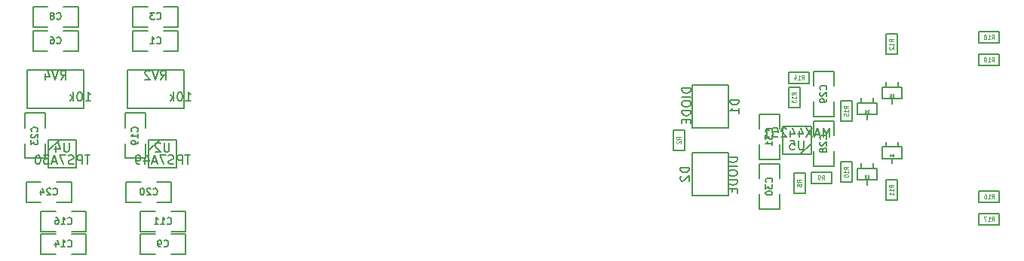
<source format=gbo>
G04 (created by PCBNEW (2013-may-18)-stable) date 2014年05月12日 星期一 23时21分15秒*
%MOIN*%
G04 Gerber Fmt 3.4, Leading zero omitted, Abs format*
%FSLAX34Y34*%
G01*
G70*
G90*
G04 APERTURE LIST*
%ADD10C,0.00590551*%
%ADD11C,0.005*%
%ADD12C,0.008*%
%ADD13C,0.0045*%
%ADD14C,0.0024*%
%ADD15C,0.006*%
G04 APERTURE END LIST*
G54D10*
G54D11*
X69225Y-43475D02*
X68325Y-43475D01*
X68325Y-43475D02*
X68325Y-42825D01*
X69225Y-42125D02*
X69225Y-41475D01*
X69225Y-41475D02*
X68325Y-41475D01*
X68325Y-41475D02*
X68325Y-42125D01*
X69225Y-42825D02*
X69225Y-43475D01*
X70725Y-41775D02*
X71625Y-41775D01*
X71625Y-41775D02*
X71625Y-42425D01*
X70725Y-43125D02*
X70725Y-43775D01*
X70725Y-43775D02*
X71625Y-43775D01*
X71625Y-43775D02*
X71625Y-43125D01*
X70725Y-42425D02*
X70725Y-41775D01*
X69225Y-45675D02*
X68325Y-45675D01*
X68325Y-45675D02*
X68325Y-45025D01*
X69225Y-44325D02*
X69225Y-43675D01*
X69225Y-43675D02*
X68325Y-43675D01*
X68325Y-43675D02*
X68325Y-44325D01*
X69225Y-45025D02*
X69225Y-45675D01*
X71625Y-41575D02*
X70725Y-41575D01*
X70725Y-41575D02*
X70725Y-40925D01*
X71625Y-40225D02*
X71625Y-39575D01*
X71625Y-39575D02*
X70725Y-39575D01*
X70725Y-39575D02*
X70725Y-40225D01*
X71625Y-40925D02*
X71625Y-41575D01*
X40624Y-38675D02*
X40624Y-37775D01*
X40624Y-37775D02*
X41274Y-37775D01*
X41974Y-38675D02*
X42624Y-38675D01*
X42624Y-38675D02*
X42624Y-37775D01*
X42624Y-37775D02*
X41974Y-37775D01*
X41274Y-38675D02*
X40624Y-38675D01*
X36750Y-43425D02*
X35850Y-43425D01*
X35850Y-43425D02*
X35850Y-42775D01*
X36750Y-42075D02*
X36750Y-41425D01*
X36750Y-41425D02*
X35850Y-41425D01*
X35850Y-41425D02*
X35850Y-42075D01*
X36750Y-42775D02*
X36750Y-43425D01*
X37900Y-44475D02*
X37900Y-45375D01*
X37900Y-45375D02*
X37250Y-45375D01*
X36550Y-44475D02*
X35900Y-44475D01*
X35900Y-44475D02*
X35900Y-45375D01*
X35900Y-45375D02*
X36550Y-45375D01*
X37250Y-44475D02*
X37900Y-44475D01*
X41174Y-43425D02*
X40274Y-43425D01*
X40274Y-43425D02*
X40274Y-42775D01*
X41174Y-42075D02*
X41174Y-41425D01*
X41174Y-41425D02*
X40274Y-41425D01*
X40274Y-41425D02*
X40274Y-42075D01*
X41174Y-42775D02*
X41174Y-43425D01*
X42324Y-44475D02*
X42324Y-45375D01*
X42324Y-45375D02*
X41674Y-45375D01*
X40974Y-44475D02*
X40324Y-44475D01*
X40324Y-44475D02*
X40324Y-45375D01*
X40324Y-45375D02*
X40974Y-45375D01*
X41674Y-44475D02*
X42324Y-44475D01*
X36550Y-46675D02*
X36550Y-45775D01*
X36550Y-45775D02*
X37200Y-45775D01*
X37900Y-46675D02*
X38550Y-46675D01*
X38550Y-46675D02*
X38550Y-45775D01*
X38550Y-45775D02*
X37900Y-45775D01*
X37200Y-46675D02*
X36550Y-46675D01*
X38200Y-36700D02*
X38200Y-37600D01*
X38200Y-37600D02*
X37550Y-37600D01*
X36850Y-36700D02*
X36200Y-36700D01*
X36200Y-36700D02*
X36200Y-37600D01*
X36200Y-37600D02*
X36850Y-37600D01*
X37550Y-36700D02*
X38200Y-36700D01*
X42950Y-46775D02*
X42950Y-47675D01*
X42950Y-47675D02*
X42300Y-47675D01*
X41600Y-46775D02*
X40950Y-46775D01*
X40950Y-46775D02*
X40950Y-47675D01*
X40950Y-47675D02*
X41600Y-47675D01*
X42300Y-46775D02*
X42950Y-46775D01*
X40624Y-37600D02*
X40624Y-36700D01*
X40624Y-36700D02*
X41274Y-36700D01*
X41974Y-37600D02*
X42624Y-37600D01*
X42624Y-37600D02*
X42624Y-36700D01*
X42624Y-36700D02*
X41974Y-36700D01*
X41274Y-37600D02*
X40624Y-37600D01*
X38200Y-37775D02*
X38200Y-38675D01*
X38200Y-38675D02*
X37550Y-38675D01*
X36850Y-37775D02*
X36200Y-37775D01*
X36200Y-37775D02*
X36200Y-38675D01*
X36200Y-38675D02*
X36850Y-38675D01*
X37550Y-37775D02*
X38200Y-37775D01*
X36550Y-47675D02*
X36550Y-46775D01*
X36550Y-46775D02*
X37200Y-46775D01*
X37900Y-47675D02*
X38550Y-47675D01*
X38550Y-47675D02*
X38550Y-46775D01*
X38550Y-46775D02*
X37900Y-46775D01*
X37200Y-47675D02*
X36550Y-47675D01*
X42950Y-45775D02*
X42950Y-46675D01*
X42950Y-46675D02*
X42300Y-46675D01*
X41600Y-45775D02*
X40950Y-45775D01*
X40950Y-45775D02*
X40950Y-46675D01*
X40950Y-46675D02*
X41600Y-46675D01*
X42300Y-45775D02*
X42950Y-45775D01*
X71500Y-44050D02*
X70600Y-44050D01*
X70600Y-44050D02*
X70600Y-44550D01*
X70600Y-44550D02*
X71500Y-44550D01*
X71500Y-44550D02*
X71500Y-44050D01*
X70350Y-44975D02*
X70350Y-44075D01*
X70350Y-44075D02*
X69850Y-44075D01*
X69850Y-44075D02*
X69850Y-44975D01*
X69850Y-44975D02*
X70350Y-44975D01*
X69625Y-40100D02*
X70525Y-40100D01*
X70525Y-40100D02*
X70525Y-39600D01*
X70525Y-39600D02*
X69625Y-39600D01*
X69625Y-39600D02*
X69625Y-40100D01*
X71925Y-40875D02*
X71925Y-41775D01*
X71925Y-41775D02*
X72425Y-41775D01*
X72425Y-41775D02*
X72425Y-40875D01*
X72425Y-40875D02*
X71925Y-40875D01*
X71925Y-43575D02*
X71925Y-44475D01*
X71925Y-44475D02*
X72425Y-44475D01*
X72425Y-44475D02*
X72425Y-43575D01*
X72425Y-43575D02*
X71925Y-43575D01*
X69600Y-40275D02*
X69600Y-41175D01*
X69600Y-41175D02*
X70100Y-41175D01*
X70100Y-41175D02*
X70100Y-40275D01*
X70100Y-40275D02*
X69600Y-40275D01*
X78925Y-45875D02*
X78025Y-45875D01*
X78025Y-45875D02*
X78025Y-46375D01*
X78025Y-46375D02*
X78925Y-46375D01*
X78925Y-46375D02*
X78925Y-45875D01*
X78925Y-44875D02*
X78025Y-44875D01*
X78025Y-44875D02*
X78025Y-45375D01*
X78025Y-45375D02*
X78925Y-45375D01*
X78925Y-45375D02*
X78925Y-44875D01*
X78925Y-38825D02*
X78025Y-38825D01*
X78025Y-38825D02*
X78025Y-39325D01*
X78025Y-39325D02*
X78925Y-39325D01*
X78925Y-39325D02*
X78925Y-38825D01*
X78925Y-37825D02*
X78025Y-37825D01*
X78025Y-37825D02*
X78025Y-38325D01*
X78025Y-38325D02*
X78925Y-38325D01*
X78925Y-38325D02*
X78925Y-37825D01*
X73925Y-37925D02*
X73925Y-38825D01*
X73925Y-38825D02*
X74425Y-38825D01*
X74425Y-38825D02*
X74425Y-37925D01*
X74425Y-37925D02*
X73925Y-37925D01*
X74425Y-45275D02*
X74425Y-44375D01*
X74425Y-44375D02*
X73925Y-44375D01*
X73925Y-44375D02*
X73925Y-45275D01*
X73925Y-45275D02*
X74425Y-45275D01*
X65000Y-43075D02*
X65000Y-42175D01*
X65000Y-42175D02*
X64500Y-42175D01*
X64500Y-42175D02*
X64500Y-43075D01*
X64500Y-43075D02*
X65000Y-43075D01*
X73075Y-44380D02*
X73075Y-44600D01*
X73330Y-43870D02*
X73330Y-43650D01*
X72820Y-43870D02*
X72820Y-43650D01*
X72640Y-44380D02*
X73510Y-44380D01*
X73510Y-44380D02*
X73510Y-43870D01*
X73510Y-43870D02*
X72640Y-43870D01*
X72640Y-43870D02*
X72640Y-44380D01*
X74175Y-40780D02*
X74175Y-41000D01*
X74430Y-40270D02*
X74430Y-40050D01*
X73920Y-40270D02*
X73920Y-40050D01*
X73740Y-40780D02*
X74610Y-40780D01*
X74610Y-40780D02*
X74610Y-40270D01*
X74610Y-40270D02*
X73740Y-40270D01*
X73740Y-40270D02*
X73740Y-40780D01*
X73075Y-41480D02*
X73075Y-41700D01*
X73330Y-40970D02*
X73330Y-40750D01*
X72820Y-40970D02*
X72820Y-40750D01*
X72640Y-41480D02*
X73510Y-41480D01*
X73510Y-41480D02*
X73510Y-40970D01*
X73510Y-40970D02*
X72640Y-40970D01*
X72640Y-40970D02*
X72640Y-41480D01*
X74175Y-43430D02*
X74175Y-43650D01*
X74430Y-42920D02*
X74430Y-42700D01*
X73920Y-42920D02*
X73920Y-42700D01*
X73740Y-43430D02*
X74610Y-43430D01*
X74610Y-43430D02*
X74610Y-42920D01*
X74610Y-42920D02*
X73740Y-42920D01*
X73740Y-42920D02*
X73740Y-43430D01*
G54D12*
X70100Y-43250D02*
X70600Y-42775D01*
X70600Y-43250D02*
X69350Y-43250D01*
X69350Y-43250D02*
X69350Y-42000D01*
X69350Y-42000D02*
X70600Y-42000D01*
X70600Y-42000D02*
X70600Y-43250D01*
X37375Y-42600D02*
X36875Y-43075D01*
X36875Y-42600D02*
X38125Y-42600D01*
X38125Y-42600D02*
X38125Y-43850D01*
X38125Y-43850D02*
X36875Y-43850D01*
X36875Y-43850D02*
X36875Y-42600D01*
X41799Y-42600D02*
X41299Y-43075D01*
X41299Y-42600D02*
X42549Y-42600D01*
X42549Y-42600D02*
X42549Y-43850D01*
X42549Y-43850D02*
X41299Y-43850D01*
X41299Y-43850D02*
X41299Y-42600D01*
G54D10*
X65362Y-40180D02*
X65362Y-42069D01*
X65362Y-42069D02*
X66937Y-42069D01*
X66937Y-42069D02*
X66937Y-40180D01*
X66937Y-40180D02*
X65362Y-40180D01*
X66937Y-45069D02*
X66937Y-43180D01*
X66937Y-43180D02*
X65362Y-43180D01*
X65362Y-43180D02*
X65362Y-45069D01*
X65362Y-45069D02*
X66937Y-45069D01*
X40374Y-41225D02*
X42874Y-41225D01*
X42874Y-41225D02*
X42874Y-39525D01*
X42874Y-39525D02*
X40374Y-39525D01*
X40374Y-39525D02*
X40374Y-41225D01*
X35950Y-41225D02*
X38450Y-41225D01*
X38450Y-41225D02*
X38450Y-39525D01*
X38450Y-39525D02*
X35950Y-39525D01*
X35950Y-39525D02*
X35950Y-41225D01*
G54D11*
X68868Y-42282D02*
X68882Y-42267D01*
X68896Y-42225D01*
X68896Y-42196D01*
X68882Y-42153D01*
X68853Y-42125D01*
X68825Y-42110D01*
X68768Y-42096D01*
X68725Y-42096D01*
X68668Y-42110D01*
X68639Y-42125D01*
X68610Y-42153D01*
X68596Y-42196D01*
X68596Y-42225D01*
X68610Y-42267D01*
X68625Y-42282D01*
X68596Y-42382D02*
X68596Y-42567D01*
X68710Y-42467D01*
X68710Y-42510D01*
X68725Y-42539D01*
X68739Y-42553D01*
X68768Y-42567D01*
X68839Y-42567D01*
X68868Y-42553D01*
X68882Y-42539D01*
X68896Y-42510D01*
X68896Y-42425D01*
X68882Y-42396D01*
X68868Y-42382D01*
X68896Y-42853D02*
X68896Y-42682D01*
X68896Y-42767D02*
X68596Y-42767D01*
X68639Y-42739D01*
X68668Y-42710D01*
X68682Y-42682D01*
X71268Y-42582D02*
X71282Y-42567D01*
X71296Y-42525D01*
X71296Y-42496D01*
X71282Y-42453D01*
X71253Y-42425D01*
X71225Y-42410D01*
X71168Y-42396D01*
X71125Y-42396D01*
X71068Y-42410D01*
X71039Y-42425D01*
X71010Y-42453D01*
X70996Y-42496D01*
X70996Y-42525D01*
X71010Y-42567D01*
X71025Y-42582D01*
X71025Y-42696D02*
X71010Y-42710D01*
X70996Y-42739D01*
X70996Y-42810D01*
X71010Y-42839D01*
X71025Y-42853D01*
X71053Y-42867D01*
X71082Y-42867D01*
X71125Y-42853D01*
X71296Y-42682D01*
X71296Y-42867D01*
X71125Y-43039D02*
X71110Y-43010D01*
X71096Y-42996D01*
X71068Y-42982D01*
X71053Y-42982D01*
X71025Y-42996D01*
X71010Y-43010D01*
X70996Y-43039D01*
X70996Y-43096D01*
X71010Y-43125D01*
X71025Y-43139D01*
X71053Y-43153D01*
X71068Y-43153D01*
X71096Y-43139D01*
X71110Y-43125D01*
X71125Y-43096D01*
X71125Y-43039D01*
X71139Y-43010D01*
X71153Y-42996D01*
X71182Y-42982D01*
X71239Y-42982D01*
X71268Y-42996D01*
X71282Y-43010D01*
X71296Y-43039D01*
X71296Y-43096D01*
X71282Y-43125D01*
X71268Y-43139D01*
X71239Y-43153D01*
X71182Y-43153D01*
X71153Y-43139D01*
X71139Y-43125D01*
X71125Y-43096D01*
X68868Y-44482D02*
X68882Y-44467D01*
X68896Y-44425D01*
X68896Y-44396D01*
X68882Y-44353D01*
X68853Y-44325D01*
X68825Y-44310D01*
X68768Y-44296D01*
X68725Y-44296D01*
X68668Y-44310D01*
X68639Y-44325D01*
X68610Y-44353D01*
X68596Y-44396D01*
X68596Y-44425D01*
X68610Y-44467D01*
X68625Y-44482D01*
X68596Y-44582D02*
X68596Y-44767D01*
X68710Y-44667D01*
X68710Y-44710D01*
X68725Y-44739D01*
X68739Y-44753D01*
X68768Y-44767D01*
X68839Y-44767D01*
X68868Y-44753D01*
X68882Y-44739D01*
X68896Y-44710D01*
X68896Y-44625D01*
X68882Y-44596D01*
X68868Y-44582D01*
X68596Y-44953D02*
X68596Y-44982D01*
X68610Y-45010D01*
X68625Y-45025D01*
X68653Y-45039D01*
X68710Y-45053D01*
X68782Y-45053D01*
X68839Y-45039D01*
X68868Y-45025D01*
X68882Y-45010D01*
X68896Y-44982D01*
X68896Y-44953D01*
X68882Y-44925D01*
X68868Y-44910D01*
X68839Y-44896D01*
X68782Y-44882D01*
X68710Y-44882D01*
X68653Y-44896D01*
X68625Y-44910D01*
X68610Y-44925D01*
X68596Y-44953D01*
X71268Y-40382D02*
X71282Y-40367D01*
X71296Y-40325D01*
X71296Y-40296D01*
X71282Y-40253D01*
X71253Y-40225D01*
X71225Y-40210D01*
X71168Y-40196D01*
X71125Y-40196D01*
X71068Y-40210D01*
X71039Y-40225D01*
X71010Y-40253D01*
X70996Y-40296D01*
X70996Y-40325D01*
X71010Y-40367D01*
X71025Y-40382D01*
X71025Y-40496D02*
X71010Y-40510D01*
X70996Y-40539D01*
X70996Y-40610D01*
X71010Y-40639D01*
X71025Y-40653D01*
X71053Y-40667D01*
X71082Y-40667D01*
X71125Y-40653D01*
X71296Y-40482D01*
X71296Y-40667D01*
X71296Y-40810D02*
X71296Y-40867D01*
X71282Y-40896D01*
X71268Y-40910D01*
X71225Y-40939D01*
X71168Y-40953D01*
X71053Y-40953D01*
X71025Y-40939D01*
X71010Y-40925D01*
X70996Y-40896D01*
X70996Y-40839D01*
X71010Y-40810D01*
X71025Y-40796D01*
X71053Y-40782D01*
X71125Y-40782D01*
X71153Y-40796D01*
X71168Y-40810D01*
X71182Y-40839D01*
X71182Y-40896D01*
X71168Y-40925D01*
X71153Y-40939D01*
X71125Y-40953D01*
X41674Y-38317D02*
X41689Y-38332D01*
X41731Y-38346D01*
X41760Y-38346D01*
X41803Y-38332D01*
X41831Y-38303D01*
X41846Y-38275D01*
X41860Y-38217D01*
X41860Y-38175D01*
X41846Y-38117D01*
X41831Y-38089D01*
X41803Y-38060D01*
X41760Y-38046D01*
X41731Y-38046D01*
X41689Y-38060D01*
X41674Y-38075D01*
X41389Y-38346D02*
X41560Y-38346D01*
X41474Y-38346D02*
X41474Y-38046D01*
X41503Y-38089D01*
X41531Y-38117D01*
X41560Y-38132D01*
X36392Y-42232D02*
X36407Y-42217D01*
X36421Y-42175D01*
X36421Y-42146D01*
X36407Y-42103D01*
X36378Y-42075D01*
X36350Y-42060D01*
X36292Y-42046D01*
X36250Y-42046D01*
X36192Y-42060D01*
X36164Y-42075D01*
X36135Y-42103D01*
X36121Y-42146D01*
X36121Y-42175D01*
X36135Y-42217D01*
X36150Y-42232D01*
X36150Y-42346D02*
X36135Y-42360D01*
X36121Y-42389D01*
X36121Y-42460D01*
X36135Y-42489D01*
X36150Y-42503D01*
X36178Y-42517D01*
X36207Y-42517D01*
X36250Y-42503D01*
X36421Y-42332D01*
X36421Y-42517D01*
X36121Y-42617D02*
X36121Y-42803D01*
X36235Y-42703D01*
X36235Y-42746D01*
X36250Y-42775D01*
X36264Y-42789D01*
X36292Y-42803D01*
X36364Y-42803D01*
X36392Y-42789D01*
X36407Y-42775D01*
X36421Y-42746D01*
X36421Y-42660D01*
X36407Y-42632D01*
X36392Y-42617D01*
X37092Y-45017D02*
X37107Y-45032D01*
X37150Y-45046D01*
X37178Y-45046D01*
X37221Y-45032D01*
X37250Y-45003D01*
X37264Y-44975D01*
X37278Y-44917D01*
X37278Y-44875D01*
X37264Y-44817D01*
X37250Y-44789D01*
X37221Y-44760D01*
X37178Y-44746D01*
X37150Y-44746D01*
X37107Y-44760D01*
X37092Y-44775D01*
X36978Y-44775D02*
X36964Y-44760D01*
X36935Y-44746D01*
X36864Y-44746D01*
X36835Y-44760D01*
X36821Y-44775D01*
X36807Y-44803D01*
X36807Y-44832D01*
X36821Y-44875D01*
X36992Y-45046D01*
X36807Y-45046D01*
X36550Y-44846D02*
X36550Y-45046D01*
X36621Y-44732D02*
X36692Y-44946D01*
X36507Y-44946D01*
X40817Y-42232D02*
X40831Y-42217D01*
X40846Y-42175D01*
X40846Y-42146D01*
X40831Y-42103D01*
X40803Y-42075D01*
X40774Y-42060D01*
X40717Y-42046D01*
X40674Y-42046D01*
X40617Y-42060D01*
X40589Y-42075D01*
X40560Y-42103D01*
X40546Y-42146D01*
X40546Y-42175D01*
X40560Y-42217D01*
X40574Y-42232D01*
X40846Y-42517D02*
X40846Y-42346D01*
X40846Y-42432D02*
X40546Y-42432D01*
X40589Y-42403D01*
X40617Y-42375D01*
X40631Y-42346D01*
X40846Y-42660D02*
X40846Y-42717D01*
X40831Y-42746D01*
X40817Y-42760D01*
X40774Y-42789D01*
X40717Y-42803D01*
X40603Y-42803D01*
X40574Y-42789D01*
X40560Y-42775D01*
X40546Y-42746D01*
X40546Y-42689D01*
X40560Y-42660D01*
X40574Y-42646D01*
X40603Y-42632D01*
X40674Y-42632D01*
X40703Y-42646D01*
X40717Y-42660D01*
X40731Y-42689D01*
X40731Y-42746D01*
X40717Y-42775D01*
X40703Y-42789D01*
X40674Y-42803D01*
X41517Y-45017D02*
X41531Y-45032D01*
X41574Y-45046D01*
X41603Y-45046D01*
X41646Y-45032D01*
X41674Y-45003D01*
X41689Y-44975D01*
X41703Y-44917D01*
X41703Y-44875D01*
X41689Y-44817D01*
X41674Y-44789D01*
X41646Y-44760D01*
X41603Y-44746D01*
X41574Y-44746D01*
X41531Y-44760D01*
X41517Y-44775D01*
X41403Y-44775D02*
X41389Y-44760D01*
X41360Y-44746D01*
X41289Y-44746D01*
X41260Y-44760D01*
X41246Y-44775D01*
X41231Y-44803D01*
X41231Y-44832D01*
X41246Y-44875D01*
X41417Y-45046D01*
X41231Y-45046D01*
X41046Y-44746D02*
X41017Y-44746D01*
X40989Y-44760D01*
X40974Y-44775D01*
X40960Y-44803D01*
X40946Y-44860D01*
X40946Y-44932D01*
X40960Y-44989D01*
X40974Y-45017D01*
X40989Y-45032D01*
X41017Y-45046D01*
X41046Y-45046D01*
X41074Y-45032D01*
X41089Y-45017D01*
X41103Y-44989D01*
X41117Y-44932D01*
X41117Y-44860D01*
X41103Y-44803D01*
X41089Y-44775D01*
X41074Y-44760D01*
X41046Y-44746D01*
X37742Y-46317D02*
X37757Y-46332D01*
X37800Y-46346D01*
X37828Y-46346D01*
X37871Y-46332D01*
X37900Y-46303D01*
X37914Y-46275D01*
X37928Y-46217D01*
X37928Y-46175D01*
X37914Y-46117D01*
X37900Y-46089D01*
X37871Y-46060D01*
X37828Y-46046D01*
X37800Y-46046D01*
X37757Y-46060D01*
X37742Y-46075D01*
X37457Y-46346D02*
X37628Y-46346D01*
X37542Y-46346D02*
X37542Y-46046D01*
X37571Y-46089D01*
X37600Y-46117D01*
X37628Y-46132D01*
X37200Y-46046D02*
X37257Y-46046D01*
X37285Y-46060D01*
X37300Y-46075D01*
X37328Y-46117D01*
X37342Y-46175D01*
X37342Y-46289D01*
X37328Y-46317D01*
X37314Y-46332D01*
X37285Y-46346D01*
X37228Y-46346D01*
X37200Y-46332D01*
X37185Y-46317D01*
X37171Y-46289D01*
X37171Y-46217D01*
X37185Y-46189D01*
X37200Y-46175D01*
X37228Y-46160D01*
X37285Y-46160D01*
X37314Y-46175D01*
X37328Y-46189D01*
X37342Y-46217D01*
X37250Y-37243D02*
X37264Y-37257D01*
X37307Y-37271D01*
X37335Y-37271D01*
X37378Y-37257D01*
X37407Y-37228D01*
X37421Y-37200D01*
X37435Y-37143D01*
X37435Y-37100D01*
X37421Y-37043D01*
X37407Y-37014D01*
X37378Y-36985D01*
X37335Y-36971D01*
X37307Y-36971D01*
X37264Y-36985D01*
X37250Y-37000D01*
X37078Y-37100D02*
X37107Y-37085D01*
X37121Y-37071D01*
X37135Y-37043D01*
X37135Y-37028D01*
X37121Y-37000D01*
X37107Y-36985D01*
X37078Y-36971D01*
X37021Y-36971D01*
X36992Y-36985D01*
X36978Y-37000D01*
X36964Y-37028D01*
X36964Y-37043D01*
X36978Y-37071D01*
X36992Y-37085D01*
X37021Y-37100D01*
X37078Y-37100D01*
X37107Y-37114D01*
X37121Y-37128D01*
X37135Y-37157D01*
X37135Y-37214D01*
X37121Y-37243D01*
X37107Y-37257D01*
X37078Y-37271D01*
X37021Y-37271D01*
X36992Y-37257D01*
X36978Y-37243D01*
X36964Y-37214D01*
X36964Y-37157D01*
X36978Y-37128D01*
X36992Y-37114D01*
X37021Y-37100D01*
X42000Y-47317D02*
X42014Y-47332D01*
X42057Y-47346D01*
X42085Y-47346D01*
X42128Y-47332D01*
X42157Y-47303D01*
X42171Y-47275D01*
X42185Y-47217D01*
X42185Y-47175D01*
X42171Y-47117D01*
X42157Y-47089D01*
X42128Y-47060D01*
X42085Y-47046D01*
X42057Y-47046D01*
X42014Y-47060D01*
X42000Y-47075D01*
X41857Y-47346D02*
X41800Y-47346D01*
X41771Y-47332D01*
X41757Y-47317D01*
X41728Y-47275D01*
X41714Y-47217D01*
X41714Y-47103D01*
X41728Y-47075D01*
X41742Y-47060D01*
X41771Y-47046D01*
X41828Y-47046D01*
X41857Y-47060D01*
X41871Y-47075D01*
X41885Y-47103D01*
X41885Y-47175D01*
X41871Y-47203D01*
X41857Y-47217D01*
X41828Y-47232D01*
X41771Y-47232D01*
X41742Y-47217D01*
X41728Y-47203D01*
X41714Y-47175D01*
X41674Y-37243D02*
X41689Y-37257D01*
X41731Y-37271D01*
X41760Y-37271D01*
X41803Y-37257D01*
X41831Y-37228D01*
X41846Y-37200D01*
X41860Y-37143D01*
X41860Y-37100D01*
X41846Y-37043D01*
X41831Y-37014D01*
X41803Y-36985D01*
X41760Y-36971D01*
X41731Y-36971D01*
X41689Y-36985D01*
X41674Y-37000D01*
X41574Y-36971D02*
X41389Y-36971D01*
X41489Y-37085D01*
X41446Y-37085D01*
X41417Y-37100D01*
X41403Y-37114D01*
X41389Y-37143D01*
X41389Y-37214D01*
X41403Y-37243D01*
X41417Y-37257D01*
X41446Y-37271D01*
X41531Y-37271D01*
X41560Y-37257D01*
X41574Y-37243D01*
X37250Y-38317D02*
X37264Y-38332D01*
X37307Y-38346D01*
X37335Y-38346D01*
X37378Y-38332D01*
X37407Y-38303D01*
X37421Y-38275D01*
X37435Y-38217D01*
X37435Y-38175D01*
X37421Y-38117D01*
X37407Y-38089D01*
X37378Y-38060D01*
X37335Y-38046D01*
X37307Y-38046D01*
X37264Y-38060D01*
X37250Y-38075D01*
X36992Y-38046D02*
X37050Y-38046D01*
X37078Y-38060D01*
X37092Y-38075D01*
X37121Y-38117D01*
X37135Y-38175D01*
X37135Y-38289D01*
X37121Y-38317D01*
X37107Y-38332D01*
X37078Y-38346D01*
X37021Y-38346D01*
X36992Y-38332D01*
X36978Y-38317D01*
X36964Y-38289D01*
X36964Y-38217D01*
X36978Y-38189D01*
X36992Y-38175D01*
X37021Y-38160D01*
X37078Y-38160D01*
X37107Y-38175D01*
X37121Y-38189D01*
X37135Y-38217D01*
X37742Y-47317D02*
X37757Y-47332D01*
X37800Y-47346D01*
X37828Y-47346D01*
X37871Y-47332D01*
X37900Y-47303D01*
X37914Y-47275D01*
X37928Y-47217D01*
X37928Y-47175D01*
X37914Y-47117D01*
X37900Y-47089D01*
X37871Y-47060D01*
X37828Y-47046D01*
X37800Y-47046D01*
X37757Y-47060D01*
X37742Y-47075D01*
X37457Y-47346D02*
X37628Y-47346D01*
X37542Y-47346D02*
X37542Y-47046D01*
X37571Y-47089D01*
X37600Y-47117D01*
X37628Y-47132D01*
X37200Y-47146D02*
X37200Y-47346D01*
X37271Y-47032D02*
X37342Y-47246D01*
X37157Y-47246D01*
X42142Y-46317D02*
X42157Y-46332D01*
X42200Y-46346D01*
X42228Y-46346D01*
X42271Y-46332D01*
X42300Y-46303D01*
X42314Y-46275D01*
X42328Y-46217D01*
X42328Y-46175D01*
X42314Y-46117D01*
X42300Y-46089D01*
X42271Y-46060D01*
X42228Y-46046D01*
X42200Y-46046D01*
X42157Y-46060D01*
X42142Y-46075D01*
X41857Y-46346D02*
X42028Y-46346D01*
X41942Y-46346D02*
X41942Y-46046D01*
X41971Y-46089D01*
X42000Y-46117D01*
X42028Y-46132D01*
X41571Y-46346D02*
X41742Y-46346D01*
X41657Y-46346D02*
X41657Y-46046D01*
X41685Y-46089D01*
X41714Y-46117D01*
X41742Y-46132D01*
G54D13*
X71080Y-44380D02*
X71140Y-44285D01*
X71182Y-44380D02*
X71182Y-44180D01*
X71114Y-44180D01*
X71097Y-44190D01*
X71088Y-44200D01*
X71080Y-44219D01*
X71080Y-44247D01*
X71088Y-44266D01*
X71097Y-44276D01*
X71114Y-44285D01*
X71182Y-44285D01*
X70994Y-44380D02*
X70960Y-44380D01*
X70942Y-44371D01*
X70934Y-44361D01*
X70917Y-44333D01*
X70908Y-44295D01*
X70908Y-44219D01*
X70917Y-44200D01*
X70925Y-44190D01*
X70942Y-44180D01*
X70977Y-44180D01*
X70994Y-44190D01*
X71002Y-44200D01*
X71011Y-44219D01*
X71011Y-44266D01*
X71002Y-44285D01*
X70994Y-44295D01*
X70977Y-44304D01*
X70942Y-44304D01*
X70925Y-44295D01*
X70917Y-44285D01*
X70908Y-44266D01*
X70180Y-44495D02*
X70085Y-44435D01*
X70180Y-44392D02*
X69980Y-44392D01*
X69980Y-44460D01*
X69990Y-44477D01*
X70000Y-44486D01*
X70019Y-44495D01*
X70047Y-44495D01*
X70066Y-44486D01*
X70076Y-44477D01*
X70085Y-44460D01*
X70085Y-44392D01*
X70066Y-44597D02*
X70057Y-44580D01*
X70047Y-44572D01*
X70028Y-44563D01*
X70019Y-44563D01*
X70000Y-44572D01*
X69990Y-44580D01*
X69980Y-44597D01*
X69980Y-44632D01*
X69990Y-44649D01*
X70000Y-44657D01*
X70019Y-44666D01*
X70028Y-44666D01*
X70047Y-44657D01*
X70057Y-44649D01*
X70066Y-44632D01*
X70066Y-44597D01*
X70076Y-44580D01*
X70085Y-44572D01*
X70104Y-44563D01*
X70142Y-44563D01*
X70161Y-44572D01*
X70171Y-44580D01*
X70180Y-44597D01*
X70180Y-44632D01*
X70171Y-44649D01*
X70161Y-44657D01*
X70142Y-44666D01*
X70104Y-44666D01*
X70085Y-44657D01*
X70076Y-44649D01*
X70066Y-44632D01*
X70190Y-39930D02*
X70250Y-39835D01*
X70293Y-39930D02*
X70293Y-39730D01*
X70225Y-39730D01*
X70208Y-39740D01*
X70199Y-39750D01*
X70190Y-39769D01*
X70190Y-39797D01*
X70199Y-39816D01*
X70208Y-39826D01*
X70225Y-39835D01*
X70293Y-39835D01*
X70019Y-39930D02*
X70122Y-39930D01*
X70070Y-39930D02*
X70070Y-39730D01*
X70088Y-39759D01*
X70105Y-39778D01*
X70122Y-39788D01*
X69865Y-39797D02*
X69865Y-39930D01*
X69908Y-39721D02*
X69950Y-39864D01*
X69839Y-39864D01*
X72256Y-41209D02*
X72160Y-41149D01*
X72256Y-41106D02*
X72056Y-41106D01*
X72056Y-41175D01*
X72065Y-41192D01*
X72075Y-41200D01*
X72094Y-41209D01*
X72122Y-41209D01*
X72141Y-41200D01*
X72151Y-41192D01*
X72160Y-41175D01*
X72160Y-41106D01*
X72256Y-41380D02*
X72256Y-41277D01*
X72256Y-41329D02*
X72056Y-41329D01*
X72084Y-41312D01*
X72103Y-41295D01*
X72113Y-41277D01*
X72056Y-41543D02*
X72056Y-41457D01*
X72151Y-41449D01*
X72141Y-41457D01*
X72132Y-41475D01*
X72132Y-41517D01*
X72141Y-41535D01*
X72151Y-41543D01*
X72170Y-41552D01*
X72218Y-41552D01*
X72237Y-41543D01*
X72246Y-41535D01*
X72256Y-41517D01*
X72256Y-41475D01*
X72246Y-41457D01*
X72237Y-41449D01*
X72256Y-43909D02*
X72160Y-43849D01*
X72256Y-43806D02*
X72056Y-43806D01*
X72056Y-43875D01*
X72065Y-43892D01*
X72075Y-43900D01*
X72094Y-43909D01*
X72122Y-43909D01*
X72141Y-43900D01*
X72151Y-43892D01*
X72160Y-43875D01*
X72160Y-43806D01*
X72256Y-44080D02*
X72256Y-43977D01*
X72256Y-44029D02*
X72056Y-44029D01*
X72084Y-44012D01*
X72103Y-43995D01*
X72113Y-43977D01*
X72056Y-44192D02*
X72056Y-44209D01*
X72065Y-44226D01*
X72075Y-44235D01*
X72094Y-44243D01*
X72132Y-44252D01*
X72179Y-44252D01*
X72218Y-44243D01*
X72237Y-44235D01*
X72246Y-44226D01*
X72256Y-44209D01*
X72256Y-44192D01*
X72246Y-44175D01*
X72237Y-44166D01*
X72218Y-44157D01*
X72179Y-44149D01*
X72132Y-44149D01*
X72094Y-44157D01*
X72075Y-44166D01*
X72065Y-44175D01*
X72056Y-44192D01*
X69930Y-40609D02*
X69835Y-40549D01*
X69930Y-40506D02*
X69730Y-40506D01*
X69730Y-40575D01*
X69740Y-40592D01*
X69750Y-40600D01*
X69769Y-40609D01*
X69797Y-40609D01*
X69816Y-40600D01*
X69826Y-40592D01*
X69835Y-40575D01*
X69835Y-40506D01*
X69930Y-40780D02*
X69930Y-40677D01*
X69930Y-40729D02*
X69730Y-40729D01*
X69759Y-40712D01*
X69778Y-40695D01*
X69788Y-40677D01*
X69730Y-40840D02*
X69730Y-40952D01*
X69807Y-40892D01*
X69807Y-40917D01*
X69816Y-40935D01*
X69826Y-40943D01*
X69845Y-40952D01*
X69892Y-40952D01*
X69911Y-40943D01*
X69921Y-40935D01*
X69930Y-40917D01*
X69930Y-40866D01*
X69921Y-40849D01*
X69911Y-40840D01*
X78590Y-46205D02*
X78650Y-46110D01*
X78693Y-46205D02*
X78693Y-46005D01*
X78625Y-46005D01*
X78608Y-46015D01*
X78599Y-46025D01*
X78590Y-46044D01*
X78590Y-46072D01*
X78599Y-46091D01*
X78608Y-46101D01*
X78625Y-46110D01*
X78693Y-46110D01*
X78419Y-46205D02*
X78522Y-46205D01*
X78470Y-46205D02*
X78470Y-46005D01*
X78488Y-46034D01*
X78505Y-46053D01*
X78522Y-46063D01*
X78359Y-46005D02*
X78239Y-46005D01*
X78316Y-46205D01*
X78590Y-45205D02*
X78650Y-45110D01*
X78693Y-45205D02*
X78693Y-45005D01*
X78625Y-45005D01*
X78608Y-45015D01*
X78599Y-45025D01*
X78590Y-45044D01*
X78590Y-45072D01*
X78599Y-45091D01*
X78608Y-45101D01*
X78625Y-45110D01*
X78693Y-45110D01*
X78419Y-45205D02*
X78522Y-45205D01*
X78470Y-45205D02*
X78470Y-45005D01*
X78488Y-45034D01*
X78505Y-45053D01*
X78522Y-45063D01*
X78265Y-45005D02*
X78299Y-45005D01*
X78316Y-45015D01*
X78325Y-45025D01*
X78342Y-45053D01*
X78350Y-45091D01*
X78350Y-45167D01*
X78342Y-45186D01*
X78333Y-45196D01*
X78316Y-45205D01*
X78282Y-45205D01*
X78265Y-45196D01*
X78256Y-45186D01*
X78248Y-45167D01*
X78248Y-45120D01*
X78256Y-45101D01*
X78265Y-45091D01*
X78282Y-45082D01*
X78316Y-45082D01*
X78333Y-45091D01*
X78342Y-45101D01*
X78350Y-45120D01*
X78590Y-39155D02*
X78650Y-39060D01*
X78693Y-39155D02*
X78693Y-38955D01*
X78625Y-38955D01*
X78608Y-38965D01*
X78599Y-38975D01*
X78590Y-38994D01*
X78590Y-39022D01*
X78599Y-39041D01*
X78608Y-39051D01*
X78625Y-39060D01*
X78693Y-39060D01*
X78419Y-39155D02*
X78522Y-39155D01*
X78470Y-39155D02*
X78470Y-38955D01*
X78488Y-38984D01*
X78505Y-39003D01*
X78522Y-39013D01*
X78333Y-39155D02*
X78299Y-39155D01*
X78282Y-39146D01*
X78273Y-39136D01*
X78256Y-39108D01*
X78248Y-39070D01*
X78248Y-38994D01*
X78256Y-38975D01*
X78265Y-38965D01*
X78282Y-38955D01*
X78316Y-38955D01*
X78333Y-38965D01*
X78342Y-38975D01*
X78350Y-38994D01*
X78350Y-39041D01*
X78342Y-39060D01*
X78333Y-39070D01*
X78316Y-39079D01*
X78282Y-39079D01*
X78265Y-39070D01*
X78256Y-39060D01*
X78248Y-39041D01*
X78590Y-38155D02*
X78650Y-38060D01*
X78693Y-38155D02*
X78693Y-37955D01*
X78625Y-37955D01*
X78608Y-37965D01*
X78599Y-37975D01*
X78590Y-37994D01*
X78590Y-38022D01*
X78599Y-38041D01*
X78608Y-38051D01*
X78625Y-38060D01*
X78693Y-38060D01*
X78419Y-38155D02*
X78522Y-38155D01*
X78470Y-38155D02*
X78470Y-37955D01*
X78488Y-37984D01*
X78505Y-38003D01*
X78522Y-38013D01*
X78316Y-38041D02*
X78333Y-38032D01*
X78342Y-38022D01*
X78350Y-38003D01*
X78350Y-37994D01*
X78342Y-37975D01*
X78333Y-37965D01*
X78316Y-37955D01*
X78282Y-37955D01*
X78265Y-37965D01*
X78256Y-37975D01*
X78248Y-37994D01*
X78248Y-38003D01*
X78256Y-38022D01*
X78265Y-38032D01*
X78282Y-38041D01*
X78316Y-38041D01*
X78333Y-38051D01*
X78342Y-38060D01*
X78350Y-38079D01*
X78350Y-38117D01*
X78342Y-38136D01*
X78333Y-38146D01*
X78316Y-38155D01*
X78282Y-38155D01*
X78265Y-38146D01*
X78256Y-38136D01*
X78248Y-38117D01*
X78248Y-38079D01*
X78256Y-38060D01*
X78265Y-38051D01*
X78282Y-38041D01*
X74256Y-38259D02*
X74160Y-38199D01*
X74256Y-38156D02*
X74056Y-38156D01*
X74056Y-38225D01*
X74065Y-38242D01*
X74075Y-38250D01*
X74094Y-38259D01*
X74122Y-38259D01*
X74141Y-38250D01*
X74151Y-38242D01*
X74160Y-38225D01*
X74160Y-38156D01*
X74256Y-38430D02*
X74256Y-38327D01*
X74256Y-38379D02*
X74056Y-38379D01*
X74084Y-38362D01*
X74103Y-38345D01*
X74113Y-38327D01*
X74075Y-38499D02*
X74065Y-38507D01*
X74056Y-38525D01*
X74056Y-38567D01*
X74065Y-38585D01*
X74075Y-38593D01*
X74094Y-38602D01*
X74113Y-38602D01*
X74141Y-38593D01*
X74256Y-38490D01*
X74256Y-38602D01*
X74256Y-44709D02*
X74160Y-44649D01*
X74256Y-44606D02*
X74056Y-44606D01*
X74056Y-44675D01*
X74065Y-44692D01*
X74075Y-44700D01*
X74094Y-44709D01*
X74122Y-44709D01*
X74141Y-44700D01*
X74151Y-44692D01*
X74160Y-44675D01*
X74160Y-44606D01*
X74256Y-44880D02*
X74256Y-44777D01*
X74256Y-44829D02*
X74056Y-44829D01*
X74084Y-44812D01*
X74103Y-44795D01*
X74113Y-44777D01*
X74256Y-45052D02*
X74256Y-44949D01*
X74256Y-45000D02*
X74056Y-45000D01*
X74084Y-44983D01*
X74103Y-44966D01*
X74113Y-44949D01*
X64830Y-42595D02*
X64735Y-42535D01*
X64830Y-42492D02*
X64630Y-42492D01*
X64630Y-42560D01*
X64640Y-42577D01*
X64650Y-42586D01*
X64669Y-42595D01*
X64697Y-42595D01*
X64716Y-42586D01*
X64726Y-42577D01*
X64735Y-42560D01*
X64735Y-42492D01*
X64650Y-42663D02*
X64640Y-42672D01*
X64630Y-42689D01*
X64630Y-42732D01*
X64640Y-42749D01*
X64650Y-42757D01*
X64669Y-42766D01*
X64688Y-42766D01*
X64716Y-42757D01*
X64830Y-42655D01*
X64830Y-42766D01*
G54D14*
X73162Y-44302D02*
X73162Y-44184D01*
X73134Y-44184D01*
X73117Y-44190D01*
X73106Y-44201D01*
X73100Y-44212D01*
X73094Y-44235D01*
X73094Y-44252D01*
X73100Y-44274D01*
X73106Y-44285D01*
X73117Y-44297D01*
X73134Y-44302D01*
X73162Y-44302D01*
X73055Y-44184D02*
X72982Y-44184D01*
X73021Y-44229D01*
X73004Y-44229D01*
X72993Y-44235D01*
X72988Y-44240D01*
X72982Y-44252D01*
X72982Y-44280D01*
X72988Y-44291D01*
X72993Y-44297D01*
X73004Y-44302D01*
X73038Y-44302D01*
X73049Y-44297D01*
X73055Y-44291D01*
X74262Y-40702D02*
X74262Y-40584D01*
X74234Y-40584D01*
X74217Y-40590D01*
X74206Y-40601D01*
X74200Y-40612D01*
X74194Y-40635D01*
X74194Y-40652D01*
X74200Y-40674D01*
X74206Y-40685D01*
X74217Y-40697D01*
X74234Y-40702D01*
X74262Y-40702D01*
X74088Y-40584D02*
X74144Y-40584D01*
X74149Y-40640D01*
X74144Y-40635D01*
X74133Y-40629D01*
X74104Y-40629D01*
X74093Y-40635D01*
X74088Y-40640D01*
X74082Y-40652D01*
X74082Y-40680D01*
X74088Y-40691D01*
X74093Y-40697D01*
X74104Y-40702D01*
X74133Y-40702D01*
X74144Y-40697D01*
X74149Y-40691D01*
X73162Y-41402D02*
X73162Y-41284D01*
X73134Y-41284D01*
X73117Y-41290D01*
X73106Y-41301D01*
X73100Y-41312D01*
X73094Y-41335D01*
X73094Y-41352D01*
X73100Y-41374D01*
X73106Y-41385D01*
X73117Y-41397D01*
X73134Y-41402D01*
X73162Y-41402D01*
X72993Y-41284D02*
X73016Y-41284D01*
X73027Y-41290D01*
X73033Y-41296D01*
X73044Y-41312D01*
X73049Y-41335D01*
X73049Y-41380D01*
X73044Y-41391D01*
X73038Y-41397D01*
X73027Y-41402D01*
X73004Y-41402D01*
X72993Y-41397D01*
X72988Y-41391D01*
X72982Y-41380D01*
X72982Y-41352D01*
X72988Y-41340D01*
X72993Y-41335D01*
X73004Y-41329D01*
X73027Y-41329D01*
X73038Y-41335D01*
X73044Y-41340D01*
X73049Y-41352D01*
X74262Y-43352D02*
X74262Y-43234D01*
X74234Y-43234D01*
X74217Y-43240D01*
X74206Y-43251D01*
X74200Y-43262D01*
X74194Y-43285D01*
X74194Y-43302D01*
X74200Y-43324D01*
X74206Y-43335D01*
X74217Y-43347D01*
X74234Y-43352D01*
X74262Y-43352D01*
X74093Y-43274D02*
X74093Y-43352D01*
X74121Y-43229D02*
X74149Y-43313D01*
X74076Y-43313D01*
G54D15*
X70275Y-42640D02*
X70275Y-42959D01*
X70256Y-42996D01*
X70237Y-43015D01*
X70200Y-43034D01*
X70125Y-43034D01*
X70087Y-43015D01*
X70069Y-42996D01*
X70050Y-42959D01*
X70050Y-42640D01*
X69675Y-42640D02*
X69862Y-42640D01*
X69881Y-42828D01*
X69862Y-42809D01*
X69825Y-42790D01*
X69731Y-42790D01*
X69693Y-42809D01*
X69675Y-42828D01*
X69656Y-42865D01*
X69656Y-42959D01*
X69675Y-42996D01*
X69693Y-43015D01*
X69731Y-43034D01*
X69825Y-43034D01*
X69862Y-43015D01*
X69881Y-42996D01*
G54D11*
X71401Y-42484D02*
X71401Y-42090D01*
X71269Y-42371D01*
X71138Y-42090D01*
X71138Y-42484D01*
X70969Y-42371D02*
X70781Y-42371D01*
X71007Y-42484D02*
X70875Y-42090D01*
X70744Y-42484D01*
X70650Y-42090D02*
X70387Y-42484D01*
X70387Y-42090D02*
X70650Y-42484D01*
X70069Y-42221D02*
X70069Y-42484D01*
X70162Y-42071D02*
X70256Y-42353D01*
X70012Y-42353D01*
X69693Y-42221D02*
X69693Y-42484D01*
X69787Y-42071D02*
X69881Y-42353D01*
X69637Y-42353D01*
X69506Y-42128D02*
X69487Y-42109D01*
X69449Y-42090D01*
X69356Y-42090D01*
X69318Y-42109D01*
X69299Y-42128D01*
X69281Y-42165D01*
X69281Y-42203D01*
X69299Y-42259D01*
X69524Y-42484D01*
X69281Y-42484D01*
X68924Y-42090D02*
X69112Y-42090D01*
X69130Y-42278D01*
X69112Y-42259D01*
X69074Y-42240D01*
X68980Y-42240D01*
X68943Y-42259D01*
X68924Y-42278D01*
X68905Y-42315D01*
X68905Y-42409D01*
X68924Y-42446D01*
X68943Y-42465D01*
X68980Y-42484D01*
X69074Y-42484D01*
X69112Y-42465D01*
X69130Y-42446D01*
X68530Y-42484D02*
X68755Y-42484D01*
X68643Y-42484D02*
X68643Y-42090D01*
X68680Y-42146D01*
X68718Y-42184D01*
X68755Y-42203D01*
G54D15*
X37800Y-42740D02*
X37800Y-43059D01*
X37781Y-43096D01*
X37762Y-43115D01*
X37725Y-43134D01*
X37650Y-43134D01*
X37612Y-43115D01*
X37593Y-43096D01*
X37575Y-43059D01*
X37575Y-42740D01*
X37218Y-42871D02*
X37218Y-43134D01*
X37312Y-42721D02*
X37406Y-43003D01*
X37162Y-43003D01*
G54D11*
X38728Y-43290D02*
X38503Y-43290D01*
X38616Y-43684D02*
X38616Y-43290D01*
X38372Y-43684D02*
X38372Y-43290D01*
X38222Y-43290D01*
X38184Y-43309D01*
X38166Y-43328D01*
X38147Y-43365D01*
X38147Y-43421D01*
X38166Y-43459D01*
X38184Y-43478D01*
X38222Y-43496D01*
X38372Y-43496D01*
X37997Y-43665D02*
X37940Y-43684D01*
X37847Y-43684D01*
X37809Y-43665D01*
X37790Y-43646D01*
X37772Y-43609D01*
X37772Y-43571D01*
X37790Y-43534D01*
X37809Y-43515D01*
X37847Y-43496D01*
X37922Y-43478D01*
X37959Y-43459D01*
X37978Y-43440D01*
X37997Y-43403D01*
X37997Y-43365D01*
X37978Y-43328D01*
X37959Y-43309D01*
X37922Y-43290D01*
X37828Y-43290D01*
X37772Y-43309D01*
X37640Y-43290D02*
X37378Y-43290D01*
X37546Y-43684D01*
X37246Y-43571D02*
X37059Y-43571D01*
X37284Y-43684D02*
X37152Y-43290D01*
X37021Y-43684D01*
X36927Y-43290D02*
X36683Y-43290D01*
X36815Y-43440D01*
X36758Y-43440D01*
X36721Y-43459D01*
X36702Y-43478D01*
X36683Y-43515D01*
X36683Y-43609D01*
X36702Y-43646D01*
X36721Y-43665D01*
X36758Y-43684D01*
X36871Y-43684D01*
X36909Y-43665D01*
X36927Y-43646D01*
X36439Y-43290D02*
X36402Y-43290D01*
X36364Y-43309D01*
X36346Y-43328D01*
X36327Y-43365D01*
X36308Y-43440D01*
X36308Y-43534D01*
X36327Y-43609D01*
X36346Y-43646D01*
X36364Y-43665D01*
X36402Y-43684D01*
X36439Y-43684D01*
X36477Y-43665D01*
X36496Y-43646D01*
X36515Y-43609D01*
X36533Y-43534D01*
X36533Y-43440D01*
X36515Y-43365D01*
X36496Y-43328D01*
X36477Y-43309D01*
X36439Y-43290D01*
G54D15*
X42224Y-42740D02*
X42224Y-43059D01*
X42206Y-43096D01*
X42187Y-43115D01*
X42149Y-43134D01*
X42074Y-43134D01*
X42037Y-43115D01*
X42018Y-43096D01*
X41999Y-43059D01*
X41999Y-42740D01*
X41830Y-42778D02*
X41812Y-42759D01*
X41774Y-42740D01*
X41680Y-42740D01*
X41643Y-42759D01*
X41624Y-42778D01*
X41605Y-42815D01*
X41605Y-42853D01*
X41624Y-42909D01*
X41849Y-43134D01*
X41605Y-43134D01*
G54D11*
X43153Y-43290D02*
X42928Y-43290D01*
X43041Y-43684D02*
X43041Y-43290D01*
X42797Y-43684D02*
X42797Y-43290D01*
X42647Y-43290D01*
X42609Y-43309D01*
X42590Y-43328D01*
X42572Y-43365D01*
X42572Y-43421D01*
X42590Y-43459D01*
X42609Y-43478D01*
X42647Y-43496D01*
X42797Y-43496D01*
X42421Y-43665D02*
X42365Y-43684D01*
X42271Y-43684D01*
X42234Y-43665D01*
X42215Y-43646D01*
X42196Y-43609D01*
X42196Y-43571D01*
X42215Y-43534D01*
X42234Y-43515D01*
X42271Y-43496D01*
X42346Y-43478D01*
X42384Y-43459D01*
X42403Y-43440D01*
X42421Y-43403D01*
X42421Y-43365D01*
X42403Y-43328D01*
X42384Y-43309D01*
X42346Y-43290D01*
X42253Y-43290D01*
X42196Y-43309D01*
X42065Y-43290D02*
X41802Y-43290D01*
X41971Y-43684D01*
X41671Y-43571D02*
X41483Y-43571D01*
X41709Y-43684D02*
X41577Y-43290D01*
X41446Y-43684D01*
X41146Y-43421D02*
X41146Y-43684D01*
X41239Y-43271D02*
X41333Y-43553D01*
X41089Y-43553D01*
X40921Y-43684D02*
X40845Y-43684D01*
X40808Y-43665D01*
X40789Y-43646D01*
X40752Y-43590D01*
X40733Y-43515D01*
X40733Y-43365D01*
X40752Y-43328D01*
X40770Y-43309D01*
X40808Y-43290D01*
X40883Y-43290D01*
X40921Y-43309D01*
X40939Y-43328D01*
X40958Y-43365D01*
X40958Y-43459D01*
X40939Y-43496D01*
X40921Y-43515D01*
X40883Y-43534D01*
X40808Y-43534D01*
X40770Y-43515D01*
X40752Y-43496D01*
X40733Y-43459D01*
G54D10*
X67411Y-40834D02*
X67018Y-40834D01*
X67018Y-40928D01*
X67036Y-40984D01*
X67074Y-41021D01*
X67111Y-41040D01*
X67186Y-41059D01*
X67242Y-41059D01*
X67317Y-41040D01*
X67355Y-41021D01*
X67392Y-40984D01*
X67411Y-40928D01*
X67411Y-40834D01*
X67411Y-41434D02*
X67411Y-41209D01*
X67411Y-41321D02*
X67018Y-41321D01*
X67074Y-41284D01*
X67111Y-41246D01*
X67130Y-41209D01*
X65285Y-40307D02*
X64892Y-40307D01*
X64892Y-40401D01*
X64910Y-40457D01*
X64948Y-40495D01*
X64985Y-40513D01*
X65060Y-40532D01*
X65117Y-40532D01*
X65191Y-40513D01*
X65229Y-40495D01*
X65266Y-40457D01*
X65285Y-40401D01*
X65285Y-40307D01*
X65285Y-40701D02*
X64892Y-40701D01*
X64892Y-40963D02*
X64892Y-41038D01*
X64910Y-41076D01*
X64948Y-41113D01*
X65023Y-41132D01*
X65154Y-41132D01*
X65229Y-41113D01*
X65266Y-41076D01*
X65285Y-41038D01*
X65285Y-40963D01*
X65266Y-40926D01*
X65229Y-40888D01*
X65154Y-40870D01*
X65023Y-40870D01*
X64948Y-40888D01*
X64910Y-40926D01*
X64892Y-40963D01*
X65285Y-41301D02*
X64892Y-41301D01*
X64892Y-41394D01*
X64910Y-41451D01*
X64948Y-41488D01*
X64985Y-41507D01*
X65060Y-41526D01*
X65117Y-41526D01*
X65191Y-41507D01*
X65229Y-41488D01*
X65266Y-41451D01*
X65285Y-41394D01*
X65285Y-41301D01*
X65079Y-41694D02*
X65079Y-41826D01*
X65285Y-41882D02*
X65285Y-41694D01*
X64892Y-41694D01*
X64892Y-41882D01*
X65206Y-43834D02*
X64813Y-43834D01*
X64813Y-43928D01*
X64832Y-43984D01*
X64869Y-44021D01*
X64907Y-44040D01*
X64982Y-44059D01*
X65038Y-44059D01*
X65113Y-44040D01*
X65150Y-44021D01*
X65188Y-43984D01*
X65206Y-43928D01*
X65206Y-43834D01*
X64850Y-44209D02*
X64832Y-44228D01*
X64813Y-44265D01*
X64813Y-44359D01*
X64832Y-44396D01*
X64850Y-44415D01*
X64888Y-44434D01*
X64925Y-44434D01*
X64982Y-44415D01*
X65206Y-44190D01*
X65206Y-44434D01*
X67332Y-43386D02*
X66939Y-43386D01*
X66939Y-43480D01*
X66958Y-43536D01*
X66995Y-43573D01*
X67033Y-43592D01*
X67108Y-43611D01*
X67164Y-43611D01*
X67239Y-43592D01*
X67276Y-43573D01*
X67314Y-43536D01*
X67332Y-43480D01*
X67332Y-43386D01*
X67332Y-43780D02*
X66939Y-43780D01*
X66939Y-44042D02*
X66939Y-44117D01*
X66958Y-44154D01*
X66995Y-44192D01*
X67070Y-44211D01*
X67201Y-44211D01*
X67276Y-44192D01*
X67314Y-44154D01*
X67332Y-44117D01*
X67332Y-44042D01*
X67314Y-44005D01*
X67276Y-43967D01*
X67201Y-43948D01*
X67070Y-43948D01*
X66995Y-43967D01*
X66958Y-44005D01*
X66939Y-44042D01*
X67332Y-44379D02*
X66939Y-44379D01*
X66939Y-44473D01*
X66958Y-44529D01*
X66995Y-44567D01*
X67033Y-44586D01*
X67108Y-44604D01*
X67164Y-44604D01*
X67239Y-44586D01*
X67276Y-44567D01*
X67314Y-44529D01*
X67332Y-44473D01*
X67332Y-44379D01*
X67126Y-44773D02*
X67126Y-44904D01*
X67332Y-44961D02*
X67332Y-44773D01*
X66939Y-44773D01*
X66939Y-44961D01*
X41859Y-39934D02*
X41990Y-39746D01*
X42084Y-39934D02*
X42084Y-39540D01*
X41934Y-39540D01*
X41896Y-39559D01*
X41877Y-39578D01*
X41859Y-39615D01*
X41859Y-39671D01*
X41877Y-39709D01*
X41896Y-39728D01*
X41934Y-39746D01*
X42084Y-39746D01*
X41746Y-39540D02*
X41615Y-39934D01*
X41484Y-39540D01*
X41371Y-39578D02*
X41352Y-39559D01*
X41315Y-39540D01*
X41221Y-39540D01*
X41184Y-39559D01*
X41165Y-39578D01*
X41146Y-39615D01*
X41146Y-39653D01*
X41165Y-39709D01*
X41390Y-39934D01*
X41146Y-39934D01*
X42959Y-40884D02*
X43184Y-40884D01*
X43071Y-40884D02*
X43071Y-40490D01*
X43109Y-40546D01*
X43146Y-40584D01*
X43184Y-40603D01*
X42715Y-40490D02*
X42677Y-40490D01*
X42640Y-40509D01*
X42621Y-40528D01*
X42602Y-40565D01*
X42584Y-40640D01*
X42584Y-40734D01*
X42602Y-40809D01*
X42621Y-40846D01*
X42640Y-40865D01*
X42677Y-40884D01*
X42715Y-40884D01*
X42752Y-40865D01*
X42771Y-40846D01*
X42790Y-40809D01*
X42809Y-40734D01*
X42809Y-40640D01*
X42790Y-40565D01*
X42771Y-40528D01*
X42752Y-40509D01*
X42715Y-40490D01*
X42415Y-40884D02*
X42415Y-40490D01*
X42377Y-40734D02*
X42265Y-40884D01*
X42265Y-40621D02*
X42415Y-40771D01*
X37434Y-39934D02*
X37565Y-39746D01*
X37659Y-39934D02*
X37659Y-39540D01*
X37509Y-39540D01*
X37471Y-39559D01*
X37453Y-39578D01*
X37434Y-39615D01*
X37434Y-39671D01*
X37453Y-39709D01*
X37471Y-39728D01*
X37509Y-39746D01*
X37659Y-39746D01*
X37321Y-39540D02*
X37190Y-39934D01*
X37059Y-39540D01*
X36759Y-39671D02*
X36759Y-39934D01*
X36853Y-39521D02*
X36946Y-39803D01*
X36703Y-39803D01*
X38534Y-40884D02*
X38759Y-40884D01*
X38646Y-40884D02*
X38646Y-40490D01*
X38684Y-40546D01*
X38721Y-40584D01*
X38759Y-40603D01*
X38290Y-40490D02*
X38253Y-40490D01*
X38215Y-40509D01*
X38196Y-40528D01*
X38178Y-40565D01*
X38159Y-40640D01*
X38159Y-40734D01*
X38178Y-40809D01*
X38196Y-40846D01*
X38215Y-40865D01*
X38253Y-40884D01*
X38290Y-40884D01*
X38328Y-40865D01*
X38346Y-40846D01*
X38365Y-40809D01*
X38384Y-40734D01*
X38384Y-40640D01*
X38365Y-40565D01*
X38346Y-40528D01*
X38328Y-40509D01*
X38290Y-40490D01*
X37990Y-40884D02*
X37990Y-40490D01*
X37953Y-40734D02*
X37840Y-40884D01*
X37840Y-40621D02*
X37990Y-40771D01*
M02*

</source>
